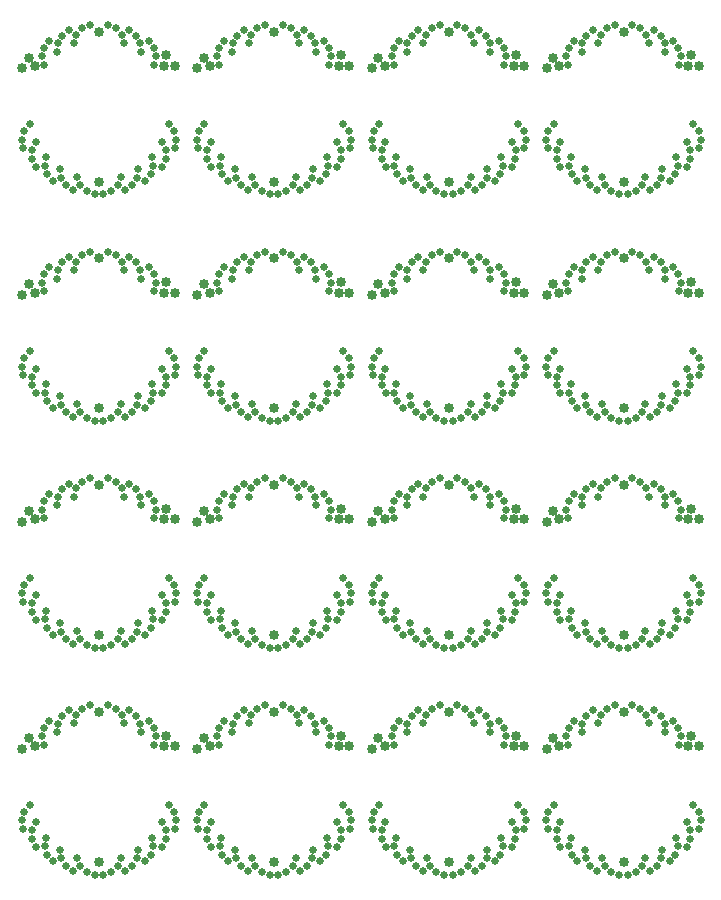
<source format=gbs>
G75*
%MOIN*%
%OFA0B0*%
%FSLAX25Y25*%
%IPPOS*%
%LPD*%
%AMOC8*
5,1,8,0,0,1.08239X$1,22.5*
%
%ADD10C,0.03353*%
%ADD11C,0.02500*%
D10*
X0082155Y0058533D03*
X0060817Y0097116D03*
X0058730Y0099872D03*
X0056526Y0096289D03*
X0082155Y0108533D03*
X0104596Y0100659D03*
X0103809Y0097116D03*
X0107352Y0097116D03*
X0114793Y0096289D03*
X0116998Y0099872D03*
X0119085Y0097116D03*
X0140423Y0108533D03*
X0162864Y0100659D03*
X0162077Y0097116D03*
X0165620Y0097116D03*
X0173061Y0096289D03*
X0175266Y0099872D03*
X0177352Y0097116D03*
X0198691Y0108533D03*
X0221132Y0100659D03*
X0220344Y0097116D03*
X0223888Y0097116D03*
X0231329Y0096289D03*
X0233533Y0099872D03*
X0235620Y0097116D03*
X0256959Y0108533D03*
X0279400Y0100659D03*
X0278612Y0097116D03*
X0282155Y0097116D03*
X0256959Y0134124D03*
X0235620Y0172707D03*
X0233533Y0175463D03*
X0231329Y0171880D03*
X0223888Y0172707D03*
X0220344Y0172707D03*
X0221132Y0176250D03*
X0198691Y0184124D03*
X0177352Y0172707D03*
X0175266Y0175463D03*
X0173061Y0171880D03*
X0165620Y0172707D03*
X0162077Y0172707D03*
X0162864Y0176250D03*
X0140423Y0184124D03*
X0119085Y0172707D03*
X0116998Y0175463D03*
X0114793Y0171880D03*
X0107352Y0172707D03*
X0103809Y0172707D03*
X0104596Y0176250D03*
X0082155Y0184124D03*
X0060817Y0172707D03*
X0058730Y0175463D03*
X0056526Y0171880D03*
X0082155Y0134124D03*
X0140423Y0134124D03*
X0198691Y0134124D03*
X0256959Y0184124D03*
X0279400Y0176250D03*
X0278612Y0172707D03*
X0282155Y0172707D03*
X0256959Y0209715D03*
X0235620Y0248297D03*
X0233533Y0251053D03*
X0231329Y0247470D03*
X0223888Y0248297D03*
X0220344Y0248297D03*
X0221132Y0251841D03*
X0198691Y0259715D03*
X0177352Y0248297D03*
X0175266Y0251053D03*
X0173061Y0247470D03*
X0165620Y0248297D03*
X0162077Y0248297D03*
X0162864Y0251841D03*
X0140423Y0259715D03*
X0119085Y0248297D03*
X0116998Y0251053D03*
X0114793Y0247470D03*
X0107352Y0248297D03*
X0103809Y0248297D03*
X0104596Y0251841D03*
X0082155Y0259715D03*
X0060817Y0248297D03*
X0058730Y0251053D03*
X0056526Y0247470D03*
X0082155Y0285305D03*
X0060817Y0323888D03*
X0058730Y0326644D03*
X0056526Y0323061D03*
X0082155Y0335305D03*
X0104596Y0327431D03*
X0103809Y0323888D03*
X0107352Y0323888D03*
X0114793Y0323061D03*
X0116998Y0326644D03*
X0119085Y0323888D03*
X0140423Y0335305D03*
X0162864Y0327431D03*
X0162077Y0323888D03*
X0165620Y0323888D03*
X0173061Y0323061D03*
X0175266Y0326644D03*
X0177352Y0323888D03*
X0198691Y0335305D03*
X0221132Y0327431D03*
X0220344Y0323888D03*
X0223888Y0323888D03*
X0231329Y0323061D03*
X0233533Y0326644D03*
X0235620Y0323888D03*
X0256959Y0335305D03*
X0279400Y0327431D03*
X0278612Y0323888D03*
X0282155Y0323888D03*
X0256959Y0285305D03*
X0256959Y0259715D03*
X0279400Y0251841D03*
X0278612Y0248297D03*
X0282155Y0248297D03*
X0198691Y0285305D03*
X0140423Y0285305D03*
X0140423Y0209715D03*
X0082155Y0209715D03*
X0198691Y0209715D03*
X0198691Y0058533D03*
X0256959Y0058533D03*
X0140423Y0058533D03*
D11*
X0061127Y0063535D03*
X0059943Y0066178D03*
X0059839Y0069099D03*
X0061051Y0071748D03*
X0056922Y0069626D03*
X0056463Y0072484D03*
X0057118Y0075333D03*
X0058974Y0077579D03*
X0064565Y0066654D03*
X0064081Y0063781D03*
X0064938Y0060986D03*
X0066764Y0058740D03*
X0069554Y0059743D03*
X0069279Y0062643D03*
X0071105Y0057265D03*
X0073451Y0055568D03*
X0075886Y0057258D03*
X0074870Y0059989D03*
X0078026Y0055266D03*
X0080731Y0054234D03*
X0083580Y0054234D03*
X0086285Y0055266D03*
X0088425Y0057258D03*
X0089441Y0059989D03*
X0090860Y0055568D03*
X0093206Y0057265D03*
X0094757Y0059743D03*
X0095032Y0062643D03*
X0097547Y0058740D03*
X0099373Y0060986D03*
X0100230Y0063781D03*
X0099746Y0066654D03*
X0103184Y0063535D03*
X0104368Y0066178D03*
X0104472Y0069099D03*
X0103260Y0071748D03*
X0107389Y0069626D03*
X0107848Y0072484D03*
X0107193Y0075333D03*
X0105337Y0077579D03*
X0115386Y0075333D03*
X0117242Y0077579D03*
X0114731Y0072484D03*
X0115190Y0069626D03*
X0118107Y0069099D03*
X0119318Y0071748D03*
X0118211Y0066178D03*
X0119394Y0063535D03*
X0122348Y0063781D03*
X0122833Y0066654D03*
X0127546Y0062643D03*
X0127822Y0059743D03*
X0129373Y0057265D03*
X0131719Y0055568D03*
X0134154Y0057258D03*
X0133137Y0059989D03*
X0136293Y0055266D03*
X0138999Y0054234D03*
X0141848Y0054234D03*
X0144553Y0055266D03*
X0146692Y0057258D03*
X0147709Y0059989D03*
X0149128Y0055568D03*
X0151474Y0057265D03*
X0153025Y0059743D03*
X0153300Y0062643D03*
X0155814Y0058740D03*
X0157641Y0060986D03*
X0158498Y0063781D03*
X0158013Y0066654D03*
X0161452Y0063535D03*
X0162635Y0066178D03*
X0162740Y0069099D03*
X0161528Y0071748D03*
X0165657Y0069626D03*
X0166116Y0072484D03*
X0165460Y0075333D03*
X0163604Y0077579D03*
X0173654Y0075333D03*
X0175510Y0077579D03*
X0172998Y0072484D03*
X0173457Y0069626D03*
X0176375Y0069099D03*
X0177586Y0071748D03*
X0176479Y0066178D03*
X0177662Y0063535D03*
X0180616Y0063781D03*
X0181101Y0066654D03*
X0185814Y0062643D03*
X0186090Y0059743D03*
X0187641Y0057265D03*
X0189986Y0055568D03*
X0192422Y0057258D03*
X0191405Y0059989D03*
X0194561Y0055266D03*
X0197266Y0054234D03*
X0200116Y0054234D03*
X0202821Y0055266D03*
X0204960Y0057258D03*
X0205977Y0059989D03*
X0207395Y0055568D03*
X0209741Y0057265D03*
X0211292Y0059743D03*
X0211568Y0062643D03*
X0214082Y0058740D03*
X0215909Y0060986D03*
X0216766Y0063781D03*
X0216281Y0066654D03*
X0219720Y0063535D03*
X0220903Y0066178D03*
X0221007Y0069099D03*
X0219796Y0071748D03*
X0223925Y0069626D03*
X0224383Y0072484D03*
X0223728Y0075333D03*
X0221872Y0077579D03*
X0231921Y0075333D03*
X0233778Y0077579D03*
X0231266Y0072484D03*
X0231725Y0069626D03*
X0234642Y0069099D03*
X0235854Y0071748D03*
X0234747Y0066178D03*
X0235930Y0063535D03*
X0238884Y0063781D03*
X0239369Y0066654D03*
X0244082Y0062643D03*
X0244357Y0059743D03*
X0245908Y0057265D03*
X0248254Y0055568D03*
X0250689Y0057258D03*
X0249673Y0059989D03*
X0252829Y0055266D03*
X0255534Y0054234D03*
X0258383Y0054234D03*
X0261088Y0055266D03*
X0263228Y0057258D03*
X0264245Y0059989D03*
X0265663Y0055568D03*
X0268009Y0057265D03*
X0269560Y0059743D03*
X0269835Y0062643D03*
X0272350Y0058740D03*
X0274177Y0060986D03*
X0275033Y0063781D03*
X0274549Y0066654D03*
X0277988Y0063535D03*
X0279171Y0066178D03*
X0279275Y0069099D03*
X0278063Y0071748D03*
X0282192Y0069626D03*
X0282651Y0072484D03*
X0281996Y0075333D03*
X0280140Y0077579D03*
X0275357Y0097502D03*
X0275991Y0100345D03*
X0275281Y0103181D03*
X0273575Y0105520D03*
X0270736Y0104665D03*
X0270860Y0101754D03*
X0265415Y0104698D03*
X0264543Y0107477D03*
X0262511Y0109578D03*
X0259863Y0110751D03*
X0254054Y0110751D03*
X0251407Y0109578D03*
X0249374Y0107477D03*
X0248502Y0104698D03*
X0246854Y0109038D03*
X0244600Y0107221D03*
X0243181Y0104665D03*
X0243058Y0101754D03*
X0240343Y0105520D03*
X0238636Y0103181D03*
X0237926Y0100345D03*
X0238561Y0097502D03*
X0217723Y0100345D03*
X0217089Y0097502D03*
X0212592Y0101754D03*
X0212469Y0104665D03*
X0211049Y0107221D03*
X0208796Y0109038D03*
X0206275Y0107477D03*
X0207148Y0104698D03*
X0204243Y0109578D03*
X0201595Y0110751D03*
X0195786Y0110751D03*
X0193139Y0109578D03*
X0191107Y0107477D03*
X0190234Y0104698D03*
X0188586Y0109038D03*
X0186332Y0107221D03*
X0184913Y0104665D03*
X0184790Y0101754D03*
X0182075Y0105520D03*
X0180368Y0103181D03*
X0179659Y0100345D03*
X0180293Y0097502D03*
X0159455Y0100345D03*
X0158821Y0097502D03*
X0154324Y0101754D03*
X0154201Y0104665D03*
X0152782Y0107221D03*
X0150528Y0109038D03*
X0148007Y0107477D03*
X0148880Y0104698D03*
X0145975Y0109578D03*
X0143328Y0110751D03*
X0137519Y0110751D03*
X0134871Y0109578D03*
X0132839Y0107477D03*
X0131967Y0104698D03*
X0130319Y0109038D03*
X0128065Y0107221D03*
X0126645Y0104665D03*
X0126522Y0101754D03*
X0123807Y0105520D03*
X0122100Y0103181D03*
X0121391Y0100345D03*
X0122025Y0097502D03*
X0101188Y0100345D03*
X0100553Y0097502D03*
X0096056Y0101754D03*
X0095933Y0104665D03*
X0094514Y0107221D03*
X0092260Y0109038D03*
X0089740Y0107477D03*
X0090612Y0104698D03*
X0087707Y0109578D03*
X0085060Y0110751D03*
X0079251Y0110751D03*
X0076604Y0109578D03*
X0074571Y0107477D03*
X0073699Y0104698D03*
X0072051Y0109038D03*
X0069797Y0107221D03*
X0068378Y0104665D03*
X0068255Y0101754D03*
X0065539Y0105520D03*
X0063833Y0103181D03*
X0063123Y0100345D03*
X0063758Y0097502D03*
X0073451Y0131159D03*
X0071105Y0132855D03*
X0069554Y0135333D03*
X0069279Y0138234D03*
X0066764Y0134331D03*
X0064938Y0136577D03*
X0064081Y0139372D03*
X0064565Y0142245D03*
X0061127Y0139126D03*
X0059943Y0141768D03*
X0059839Y0144689D03*
X0061051Y0147339D03*
X0056922Y0145216D03*
X0056463Y0148075D03*
X0057118Y0150924D03*
X0058974Y0153169D03*
X0063758Y0173093D03*
X0063123Y0175936D03*
X0063833Y0178772D03*
X0065539Y0181111D03*
X0068378Y0180256D03*
X0068255Y0177345D03*
X0069797Y0182811D03*
X0072051Y0184628D03*
X0074571Y0183068D03*
X0073699Y0180288D03*
X0076604Y0185169D03*
X0079251Y0186341D03*
X0085060Y0186341D03*
X0087707Y0185169D03*
X0089740Y0183068D03*
X0090612Y0180288D03*
X0092260Y0184628D03*
X0094514Y0182811D03*
X0095933Y0180256D03*
X0096056Y0177345D03*
X0098772Y0181111D03*
X0100478Y0178772D03*
X0101188Y0175936D03*
X0100553Y0173093D03*
X0105337Y0153169D03*
X0107193Y0150924D03*
X0107848Y0148075D03*
X0107389Y0145216D03*
X0104472Y0144689D03*
X0103260Y0147339D03*
X0104368Y0141768D03*
X0103184Y0139126D03*
X0100230Y0139372D03*
X0099746Y0142245D03*
X0099373Y0136577D03*
X0097547Y0134331D03*
X0094757Y0135333D03*
X0095032Y0138234D03*
X0093206Y0132855D03*
X0090860Y0131159D03*
X0088425Y0132849D03*
X0089441Y0135579D03*
X0086285Y0130857D03*
X0083580Y0129825D03*
X0080731Y0129825D03*
X0078026Y0130857D03*
X0075886Y0132849D03*
X0074870Y0135579D03*
X0098772Y0105520D03*
X0100478Y0103181D03*
X0125032Y0134331D03*
X0123205Y0136577D03*
X0122348Y0139372D03*
X0122833Y0142245D03*
X0119394Y0139126D03*
X0118211Y0141768D03*
X0118107Y0144689D03*
X0119318Y0147339D03*
X0115190Y0145216D03*
X0114731Y0148075D03*
X0115386Y0150924D03*
X0117242Y0153169D03*
X0127546Y0138234D03*
X0127822Y0135333D03*
X0129373Y0132855D03*
X0131719Y0131159D03*
X0134154Y0132849D03*
X0133137Y0135579D03*
X0136293Y0130857D03*
X0138999Y0129825D03*
X0141848Y0129825D03*
X0144553Y0130857D03*
X0146692Y0132849D03*
X0147709Y0135579D03*
X0149128Y0131159D03*
X0151474Y0132855D03*
X0153025Y0135333D03*
X0153300Y0138234D03*
X0155814Y0134331D03*
X0157641Y0136577D03*
X0158498Y0139372D03*
X0158013Y0142245D03*
X0161452Y0139126D03*
X0162635Y0141768D03*
X0162740Y0144689D03*
X0161528Y0147339D03*
X0165657Y0145216D03*
X0166116Y0148075D03*
X0165460Y0150924D03*
X0163604Y0153169D03*
X0173654Y0150924D03*
X0175510Y0153169D03*
X0172998Y0148075D03*
X0173457Y0145216D03*
X0176375Y0144689D03*
X0177586Y0147339D03*
X0176479Y0141768D03*
X0177662Y0139126D03*
X0180616Y0139372D03*
X0181101Y0142245D03*
X0181473Y0136577D03*
X0183300Y0134331D03*
X0186090Y0135333D03*
X0185814Y0138234D03*
X0187641Y0132855D03*
X0189986Y0131159D03*
X0192422Y0132849D03*
X0191405Y0135579D03*
X0194561Y0130857D03*
X0197266Y0129825D03*
X0200116Y0129825D03*
X0202821Y0130857D03*
X0204960Y0132849D03*
X0205977Y0135579D03*
X0207395Y0131159D03*
X0209741Y0132855D03*
X0211292Y0135333D03*
X0211568Y0138234D03*
X0214082Y0134331D03*
X0215909Y0136577D03*
X0216766Y0139372D03*
X0216281Y0142245D03*
X0219720Y0139126D03*
X0220903Y0141768D03*
X0221007Y0144689D03*
X0219796Y0147339D03*
X0223925Y0145216D03*
X0224383Y0148075D03*
X0223728Y0150924D03*
X0221872Y0153169D03*
X0231921Y0150924D03*
X0233778Y0153169D03*
X0231266Y0148075D03*
X0231725Y0145216D03*
X0234642Y0144689D03*
X0235854Y0147339D03*
X0234747Y0141768D03*
X0235930Y0139126D03*
X0238884Y0139372D03*
X0239369Y0142245D03*
X0239741Y0136577D03*
X0241568Y0134331D03*
X0244357Y0135333D03*
X0244082Y0138234D03*
X0245908Y0132855D03*
X0248254Y0131159D03*
X0250689Y0132849D03*
X0249673Y0135579D03*
X0252829Y0130857D03*
X0255534Y0129825D03*
X0258383Y0129825D03*
X0261088Y0130857D03*
X0263228Y0132849D03*
X0264245Y0135579D03*
X0265663Y0131159D03*
X0268009Y0132855D03*
X0269560Y0135333D03*
X0269835Y0138234D03*
X0272350Y0134331D03*
X0274177Y0136577D03*
X0275033Y0139372D03*
X0274549Y0142245D03*
X0277988Y0139126D03*
X0279171Y0141768D03*
X0279275Y0144689D03*
X0278063Y0147339D03*
X0282192Y0145216D03*
X0282651Y0148075D03*
X0281996Y0150924D03*
X0280140Y0153169D03*
X0275357Y0173093D03*
X0275991Y0175936D03*
X0275281Y0178772D03*
X0273575Y0181111D03*
X0270736Y0180256D03*
X0270860Y0177345D03*
X0269317Y0182811D03*
X0267063Y0184628D03*
X0264543Y0183068D03*
X0265415Y0180288D03*
X0262511Y0185169D03*
X0259863Y0186341D03*
X0254054Y0186341D03*
X0251407Y0185169D03*
X0249374Y0183068D03*
X0248502Y0180288D03*
X0246854Y0184628D03*
X0244600Y0182811D03*
X0243181Y0180256D03*
X0243058Y0177345D03*
X0240343Y0181111D03*
X0238636Y0178772D03*
X0237926Y0175936D03*
X0238561Y0173093D03*
X0217723Y0175936D03*
X0217089Y0173093D03*
X0217014Y0178772D03*
X0215307Y0181111D03*
X0212469Y0180256D03*
X0212592Y0177345D03*
X0211049Y0182811D03*
X0208796Y0184628D03*
X0206275Y0183068D03*
X0207148Y0180288D03*
X0204243Y0185169D03*
X0201595Y0186341D03*
X0195786Y0186341D03*
X0193139Y0185169D03*
X0191107Y0183068D03*
X0190234Y0180288D03*
X0188586Y0184628D03*
X0186332Y0182811D03*
X0184913Y0180256D03*
X0184790Y0177345D03*
X0182075Y0181111D03*
X0180368Y0178772D03*
X0179659Y0175936D03*
X0180293Y0173093D03*
X0159455Y0175936D03*
X0158821Y0173093D03*
X0158746Y0178772D03*
X0157039Y0181111D03*
X0154201Y0180256D03*
X0154324Y0177345D03*
X0152782Y0182811D03*
X0150528Y0184628D03*
X0148007Y0183068D03*
X0148880Y0180288D03*
X0145975Y0185169D03*
X0143328Y0186341D03*
X0137519Y0186341D03*
X0134871Y0185169D03*
X0132839Y0183068D03*
X0131967Y0180288D03*
X0130319Y0184628D03*
X0128065Y0182811D03*
X0126645Y0180256D03*
X0126522Y0177345D03*
X0123807Y0181111D03*
X0122100Y0178772D03*
X0121391Y0175936D03*
X0122025Y0173093D03*
X0138999Y0205416D03*
X0141848Y0205416D03*
X0144553Y0206448D03*
X0146692Y0208439D03*
X0147709Y0211170D03*
X0149128Y0206749D03*
X0151474Y0208446D03*
X0153025Y0210924D03*
X0153300Y0213824D03*
X0155814Y0209921D03*
X0157641Y0212168D03*
X0158498Y0214962D03*
X0158013Y0217835D03*
X0161452Y0214716D03*
X0162635Y0217359D03*
X0162740Y0220280D03*
X0161528Y0222929D03*
X0165657Y0220807D03*
X0166116Y0223665D03*
X0165460Y0226514D03*
X0163604Y0228760D03*
X0173654Y0226514D03*
X0175510Y0228760D03*
X0172998Y0223665D03*
X0173457Y0220807D03*
X0176375Y0220280D03*
X0177586Y0222929D03*
X0176479Y0217359D03*
X0177662Y0214716D03*
X0180616Y0214962D03*
X0181101Y0217835D03*
X0181473Y0212168D03*
X0183300Y0209921D03*
X0186090Y0210924D03*
X0185814Y0213824D03*
X0187641Y0208446D03*
X0189986Y0206749D03*
X0192422Y0208439D03*
X0191405Y0211170D03*
X0194561Y0206448D03*
X0197266Y0205416D03*
X0200116Y0205416D03*
X0202821Y0206448D03*
X0204960Y0208439D03*
X0205977Y0211170D03*
X0207395Y0206749D03*
X0209741Y0208446D03*
X0211292Y0210924D03*
X0211568Y0213824D03*
X0214082Y0209921D03*
X0215909Y0212168D03*
X0216766Y0214962D03*
X0216281Y0217835D03*
X0219720Y0214716D03*
X0220903Y0217359D03*
X0221007Y0220280D03*
X0219796Y0222929D03*
X0223925Y0220807D03*
X0224383Y0223665D03*
X0223728Y0226514D03*
X0221872Y0228760D03*
X0231921Y0226514D03*
X0233778Y0228760D03*
X0231266Y0223665D03*
X0231725Y0220807D03*
X0234642Y0220280D03*
X0235854Y0222929D03*
X0234747Y0217359D03*
X0235930Y0214716D03*
X0238884Y0214962D03*
X0239369Y0217835D03*
X0239741Y0212168D03*
X0241568Y0209921D03*
X0244357Y0210924D03*
X0244082Y0213824D03*
X0245908Y0208446D03*
X0248254Y0206749D03*
X0250689Y0208439D03*
X0249673Y0211170D03*
X0252829Y0206448D03*
X0255534Y0205416D03*
X0258383Y0205416D03*
X0261088Y0206448D03*
X0263228Y0208439D03*
X0264245Y0211170D03*
X0265663Y0206749D03*
X0268009Y0208446D03*
X0269560Y0210924D03*
X0269835Y0213824D03*
X0272350Y0209921D03*
X0274177Y0212168D03*
X0275033Y0214962D03*
X0274549Y0217835D03*
X0277988Y0214716D03*
X0279171Y0217359D03*
X0279275Y0220280D03*
X0278063Y0222929D03*
X0282192Y0220807D03*
X0282651Y0223665D03*
X0281996Y0226514D03*
X0280140Y0228760D03*
X0275357Y0248683D03*
X0275991Y0251527D03*
X0275281Y0254362D03*
X0273575Y0256701D03*
X0270736Y0255846D03*
X0270860Y0252935D03*
X0269317Y0258402D03*
X0267063Y0260219D03*
X0264543Y0258658D03*
X0265415Y0255879D03*
X0262511Y0260760D03*
X0259863Y0261932D03*
X0254054Y0261932D03*
X0251407Y0260760D03*
X0249374Y0258658D03*
X0248502Y0255879D03*
X0246854Y0260219D03*
X0244600Y0258402D03*
X0243181Y0255846D03*
X0243058Y0252935D03*
X0240343Y0256701D03*
X0238636Y0254362D03*
X0237926Y0251527D03*
X0238561Y0248683D03*
X0217723Y0251527D03*
X0217089Y0248683D03*
X0217014Y0254362D03*
X0215307Y0256701D03*
X0212469Y0255846D03*
X0212592Y0252935D03*
X0211049Y0258402D03*
X0208796Y0260219D03*
X0206275Y0258658D03*
X0207148Y0255879D03*
X0204243Y0260760D03*
X0201595Y0261932D03*
X0195786Y0261932D03*
X0193139Y0260760D03*
X0191107Y0258658D03*
X0190234Y0255879D03*
X0188586Y0260219D03*
X0186332Y0258402D03*
X0184913Y0255846D03*
X0184790Y0252935D03*
X0182075Y0256701D03*
X0180368Y0254362D03*
X0179659Y0251527D03*
X0180293Y0248683D03*
X0159455Y0251527D03*
X0158821Y0248683D03*
X0158746Y0254362D03*
X0157039Y0256701D03*
X0154201Y0255846D03*
X0154324Y0252935D03*
X0152782Y0258402D03*
X0150528Y0260219D03*
X0148007Y0258658D03*
X0148880Y0255879D03*
X0145975Y0260760D03*
X0143328Y0261932D03*
X0137519Y0261932D03*
X0134871Y0260760D03*
X0132839Y0258658D03*
X0131967Y0255879D03*
X0130319Y0260219D03*
X0128065Y0258402D03*
X0126645Y0255846D03*
X0126522Y0252935D03*
X0123807Y0256701D03*
X0122100Y0254362D03*
X0121391Y0251527D03*
X0122025Y0248683D03*
X0117242Y0228760D03*
X0115386Y0226514D03*
X0114731Y0223665D03*
X0115190Y0220807D03*
X0118107Y0220280D03*
X0119318Y0222929D03*
X0118211Y0217359D03*
X0119394Y0214716D03*
X0122348Y0214962D03*
X0122833Y0217835D03*
X0123205Y0212168D03*
X0125032Y0209921D03*
X0127822Y0210924D03*
X0127546Y0213824D03*
X0129373Y0208446D03*
X0131719Y0206749D03*
X0134154Y0208439D03*
X0133137Y0211170D03*
X0136293Y0206448D03*
X0107389Y0220807D03*
X0107848Y0223665D03*
X0107193Y0226514D03*
X0105337Y0228760D03*
X0103260Y0222929D03*
X0104472Y0220280D03*
X0104368Y0217359D03*
X0103184Y0214716D03*
X0100230Y0214962D03*
X0099746Y0217835D03*
X0099373Y0212168D03*
X0097547Y0209921D03*
X0094757Y0210924D03*
X0095032Y0213824D03*
X0093206Y0208446D03*
X0090860Y0206749D03*
X0088425Y0208439D03*
X0089441Y0211170D03*
X0086285Y0206448D03*
X0083580Y0205416D03*
X0080731Y0205416D03*
X0078026Y0206448D03*
X0075886Y0208439D03*
X0074870Y0211170D03*
X0073451Y0206749D03*
X0071105Y0208446D03*
X0069554Y0210924D03*
X0069279Y0213824D03*
X0066764Y0209921D03*
X0064938Y0212168D03*
X0064081Y0214962D03*
X0064565Y0217835D03*
X0061127Y0214716D03*
X0059943Y0217359D03*
X0059839Y0220280D03*
X0061051Y0222929D03*
X0056922Y0220807D03*
X0056463Y0223665D03*
X0057118Y0226514D03*
X0058974Y0228760D03*
X0063758Y0248683D03*
X0063123Y0251527D03*
X0063833Y0254362D03*
X0065539Y0256701D03*
X0068378Y0255846D03*
X0068255Y0252935D03*
X0069797Y0258402D03*
X0072051Y0260219D03*
X0074571Y0258658D03*
X0073699Y0255879D03*
X0076604Y0260760D03*
X0079251Y0261932D03*
X0085060Y0261932D03*
X0087707Y0260760D03*
X0089740Y0258658D03*
X0090612Y0255879D03*
X0092260Y0260219D03*
X0094514Y0258402D03*
X0095933Y0255846D03*
X0096056Y0252935D03*
X0098772Y0256701D03*
X0100478Y0254362D03*
X0101188Y0251527D03*
X0100553Y0248683D03*
X0090860Y0282340D03*
X0093206Y0284037D03*
X0094757Y0286514D03*
X0095032Y0289415D03*
X0097547Y0285512D03*
X0099373Y0287758D03*
X0100230Y0290553D03*
X0099746Y0293426D03*
X0103184Y0290307D03*
X0104368Y0292949D03*
X0104472Y0295871D03*
X0103260Y0298520D03*
X0107389Y0296397D03*
X0107848Y0299256D03*
X0107193Y0302105D03*
X0105337Y0304350D03*
X0115386Y0302105D03*
X0117242Y0304350D03*
X0114731Y0299256D03*
X0115190Y0296397D03*
X0118107Y0295871D03*
X0119318Y0298520D03*
X0118211Y0292949D03*
X0119394Y0290307D03*
X0122348Y0290553D03*
X0122833Y0293426D03*
X0127546Y0289415D03*
X0127822Y0286514D03*
X0129373Y0284037D03*
X0131719Y0282340D03*
X0134154Y0284030D03*
X0133137Y0286760D03*
X0136293Y0282038D03*
X0138999Y0281006D03*
X0141848Y0281006D03*
X0144553Y0282038D03*
X0146692Y0284030D03*
X0147709Y0286760D03*
X0149128Y0282340D03*
X0151474Y0284037D03*
X0153025Y0286514D03*
X0153300Y0289415D03*
X0155814Y0285512D03*
X0157641Y0287758D03*
X0158498Y0290553D03*
X0158013Y0293426D03*
X0161452Y0290307D03*
X0162635Y0292949D03*
X0162740Y0295871D03*
X0161528Y0298520D03*
X0165657Y0296397D03*
X0166116Y0299256D03*
X0165460Y0302105D03*
X0163604Y0304350D03*
X0173654Y0302105D03*
X0175510Y0304350D03*
X0172998Y0299256D03*
X0173457Y0296397D03*
X0176375Y0295871D03*
X0177586Y0298520D03*
X0176479Y0292949D03*
X0177662Y0290307D03*
X0180616Y0290553D03*
X0181101Y0293426D03*
X0185814Y0289415D03*
X0186090Y0286514D03*
X0187641Y0284037D03*
X0189986Y0282340D03*
X0192422Y0284030D03*
X0191405Y0286760D03*
X0194561Y0282038D03*
X0197266Y0281006D03*
X0200116Y0281006D03*
X0202821Y0282038D03*
X0204960Y0284030D03*
X0205977Y0286760D03*
X0207395Y0282340D03*
X0209741Y0284037D03*
X0211292Y0286514D03*
X0211568Y0289415D03*
X0214082Y0285512D03*
X0215909Y0287758D03*
X0216766Y0290553D03*
X0216281Y0293426D03*
X0219720Y0290307D03*
X0220903Y0292949D03*
X0221007Y0295871D03*
X0219796Y0298520D03*
X0223925Y0296397D03*
X0224383Y0299256D03*
X0223728Y0302105D03*
X0221872Y0304350D03*
X0231921Y0302105D03*
X0233778Y0304350D03*
X0231266Y0299256D03*
X0231725Y0296397D03*
X0234642Y0295871D03*
X0235854Y0298520D03*
X0234747Y0292949D03*
X0235930Y0290307D03*
X0238884Y0290553D03*
X0239369Y0293426D03*
X0244082Y0289415D03*
X0244357Y0286514D03*
X0245908Y0284037D03*
X0248254Y0282340D03*
X0250689Y0284030D03*
X0249673Y0286760D03*
X0252829Y0282038D03*
X0255534Y0281006D03*
X0258383Y0281006D03*
X0261088Y0282038D03*
X0263228Y0284030D03*
X0264245Y0286760D03*
X0265663Y0282340D03*
X0268009Y0284037D03*
X0269560Y0286514D03*
X0269835Y0289415D03*
X0272350Y0285512D03*
X0274177Y0287758D03*
X0275033Y0290553D03*
X0274549Y0293426D03*
X0277988Y0290307D03*
X0279171Y0292949D03*
X0279275Y0295871D03*
X0278063Y0298520D03*
X0282192Y0296397D03*
X0282651Y0299256D03*
X0281996Y0302105D03*
X0280140Y0304350D03*
X0275357Y0324274D03*
X0275991Y0327117D03*
X0275281Y0329953D03*
X0273575Y0332292D03*
X0270736Y0331437D03*
X0270860Y0328526D03*
X0265415Y0331469D03*
X0264543Y0334249D03*
X0262511Y0336350D03*
X0259863Y0337522D03*
X0254054Y0337522D03*
X0251407Y0336350D03*
X0249374Y0334249D03*
X0248502Y0331469D03*
X0246854Y0335810D03*
X0244600Y0333992D03*
X0243181Y0331437D03*
X0243058Y0328526D03*
X0240343Y0332292D03*
X0238636Y0329953D03*
X0237926Y0327117D03*
X0238561Y0324274D03*
X0217723Y0327117D03*
X0217089Y0324274D03*
X0212592Y0328526D03*
X0212469Y0331437D03*
X0211049Y0333992D03*
X0208796Y0335810D03*
X0206275Y0334249D03*
X0207148Y0331469D03*
X0204243Y0336350D03*
X0201595Y0337522D03*
X0195786Y0337522D03*
X0193139Y0336350D03*
X0191107Y0334249D03*
X0190234Y0331469D03*
X0188586Y0335810D03*
X0186332Y0333992D03*
X0184913Y0331437D03*
X0184790Y0328526D03*
X0182075Y0332292D03*
X0180368Y0329953D03*
X0179659Y0327117D03*
X0180293Y0324274D03*
X0159455Y0327117D03*
X0158821Y0324274D03*
X0154324Y0328526D03*
X0154201Y0331437D03*
X0152782Y0333992D03*
X0150528Y0335810D03*
X0148007Y0334249D03*
X0148880Y0331469D03*
X0145975Y0336350D03*
X0143328Y0337522D03*
X0137519Y0337522D03*
X0134871Y0336350D03*
X0132839Y0334249D03*
X0131967Y0331469D03*
X0130319Y0335810D03*
X0128065Y0333992D03*
X0126645Y0331437D03*
X0126522Y0328526D03*
X0123807Y0332292D03*
X0122100Y0329953D03*
X0121391Y0327117D03*
X0122025Y0324274D03*
X0101188Y0327117D03*
X0100553Y0324274D03*
X0096056Y0328526D03*
X0095933Y0331437D03*
X0094514Y0333992D03*
X0092260Y0335810D03*
X0089740Y0334249D03*
X0090612Y0331469D03*
X0087707Y0336350D03*
X0085060Y0337522D03*
X0079251Y0337522D03*
X0076604Y0336350D03*
X0074571Y0334249D03*
X0073699Y0331469D03*
X0072051Y0335810D03*
X0069797Y0333992D03*
X0068378Y0331437D03*
X0068255Y0328526D03*
X0065539Y0332292D03*
X0063833Y0329953D03*
X0063123Y0327117D03*
X0063758Y0324274D03*
X0058974Y0304350D03*
X0057118Y0302105D03*
X0056463Y0299256D03*
X0056922Y0296397D03*
X0059839Y0295871D03*
X0061051Y0298520D03*
X0059943Y0292949D03*
X0061127Y0290307D03*
X0064081Y0290553D03*
X0064565Y0293426D03*
X0069279Y0289415D03*
X0069554Y0286514D03*
X0071105Y0284037D03*
X0073451Y0282340D03*
X0075886Y0284030D03*
X0074870Y0286760D03*
X0078026Y0282038D03*
X0080731Y0281006D03*
X0083580Y0281006D03*
X0086285Y0282038D03*
X0088425Y0284030D03*
X0089441Y0286760D03*
X0066764Y0285512D03*
X0064938Y0287758D03*
X0100478Y0329953D03*
X0098772Y0332292D03*
X0123205Y0287758D03*
X0125032Y0285512D03*
X0158746Y0329953D03*
X0157039Y0332292D03*
X0181473Y0287758D03*
X0183300Y0285512D03*
X0217014Y0329953D03*
X0215307Y0332292D03*
X0239741Y0287758D03*
X0241568Y0285512D03*
X0269317Y0333992D03*
X0267063Y0335810D03*
X0267063Y0109038D03*
X0269317Y0107221D03*
X0239741Y0060986D03*
X0241568Y0058740D03*
X0217014Y0103181D03*
X0215307Y0105520D03*
X0181473Y0060986D03*
X0183300Y0058740D03*
X0158746Y0103181D03*
X0157039Y0105520D03*
X0123205Y0060986D03*
X0125032Y0058740D03*
M02*

</source>
